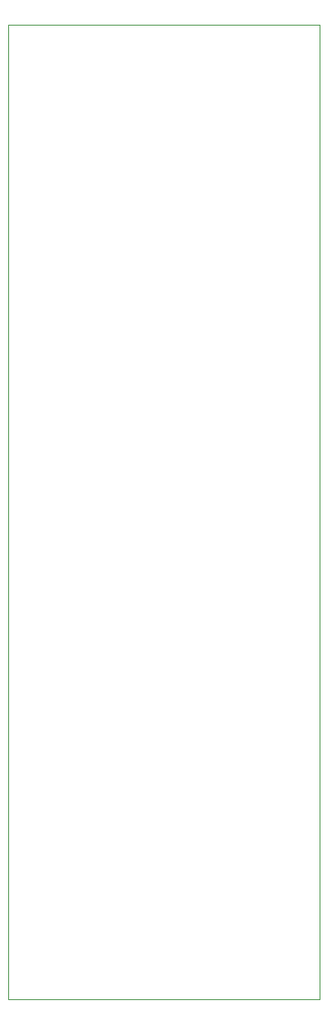
<source format=gbr>
%TF.GenerationSoftware,KiCad,Pcbnew,9.0.1*%
%TF.CreationDate,2025-04-20T11:30:14-04:00*%
%TF.ProjectId,ardentis,61726465-6e74-4697-932e-6b696361645f,A*%
%TF.SameCoordinates,Original*%
%TF.FileFunction,Profile,NP*%
%FSLAX46Y46*%
G04 Gerber Fmt 4.6, Leading zero omitted, Abs format (unit mm)*
G04 Created by KiCad (PCBNEW 9.0.1) date 2025-04-20 11:30:14*
%MOMM*%
%LPD*%
G01*
G04 APERTURE LIST*
%TA.AperFunction,Profile*%
%ADD10C,0.050000*%
%TD*%
G04 APERTURE END LIST*
D10*
X118500000Y-29000000D02*
X150500000Y-29000000D01*
X150500000Y-129000000D01*
X118500000Y-129000000D01*
X118500000Y-29000000D01*
M02*

</source>
